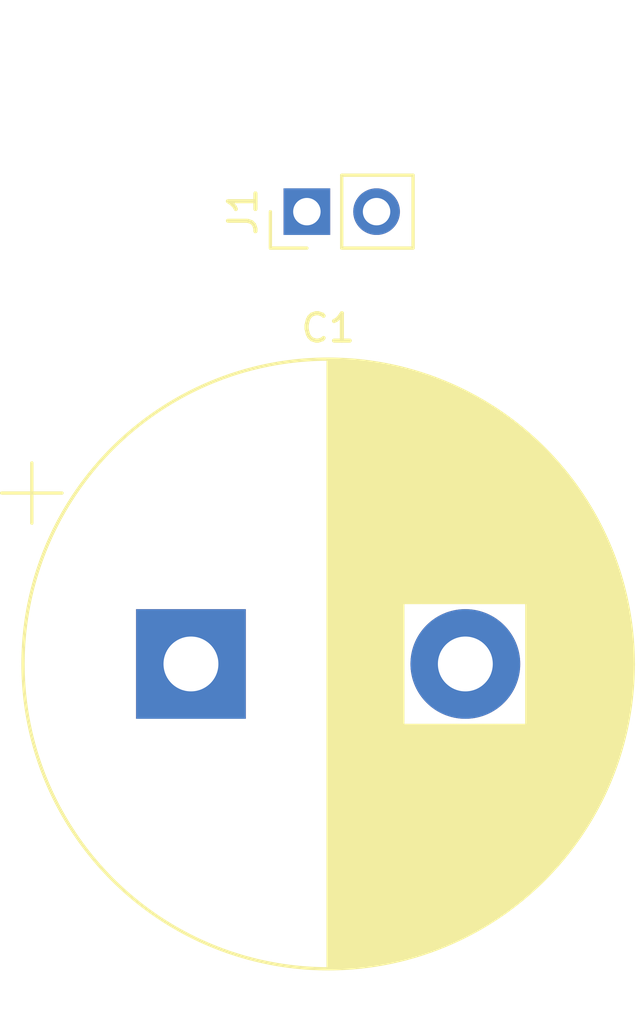
<source format=kicad_pcb>
(kicad_pcb (version 20211014) (generator pcbnew)
  (layers (0 "F.Cu" signal) (31 "B.Cu" signal) (34 "B.Paste" user) (35 "F.Paste" user) (36 "B.SilkS" user "B.Silkscreen") (37 "F.SilkS" user "F.Silkscreen") (38 "B.Mask" user) (39 "F.Mask" user) (44 "Edge.Cuts" user))
  (net 0 "")
  (net 1 "Net-(C1-Pad1)")
  (net 2 "Net-(C1-Pad2)")
  (footprint "Capacitor_THT:CP_Radial_D22.0mm_P10.00mm_SnapIn" (layer "F.Cu") (at 140.5 104.75)
    (fp_text reference "C1" (at 5 -12.25) (layer "F.SilkS"))
    (fp_text value "C")
    (fp_line (start 12.321 -8.331) (end 12.321 8.331) (layer "F.SilkS") (width 0.12))
    (fp_line (start 9.241 -10.24) (end 9.241 -2.24) (layer "F.SilkS") (width 0.12))
    (fp_line (start 8.321 -10.573) (end 8.321 -2.24) (layer "F.SilkS") (width 0.12))
    (fp_line (start 12.001 -8.601) (end 12.001 -2.24) (layer "F.SilkS") (width 0.12))
    (fp_line (start 12.241 -8.401) (end 12.241 8.401) (layer "F.SilkS") (width 0.12))
    (fp_line (start 14.96 -4.905) (end 14.96 4.905) (layer "F.SilkS") (width 0.12))
    (fp_line (start 8.561 2.24) (end 8.561 10.495) (layer "F.SilkS") (width 0.12))
    (fp_line (start 9.041 2.24) (end 9.041 10.321) (layer "F.SilkS") (width 0.12))
    (fp_line (start 9.201 2.24) (end 9.201 10.257) (layer "F.SilkS") (width 0.12))
    (fp_line (start 11.481 -8.997) (end 11.481 -2.24) (layer "F.SilkS") (width 0.12))
    (fp_line (start 10.241 2.24) (end 10.241 9.768) (layer "F.SilkS") (width 0.12))
    (fp_line (start 9.401 2.24) (end 9.401 10.173) (layer "F.SilkS") (width 0.12))
    (fp_line (start 7.441 -10.809) (end 7.441 10.809) (layer "F.SilkS") (width 0.12))
    (fp_line (start 15.04 -4.741) (end 15.04 4.741) (layer "F.SilkS") (width 0.12))
    (fp_line (start 6.801 -10.934) (end 6.801 10.934) (layer "F.SilkS") (width 0.12))
    (fp_line (start 7.761 -10.733) (end 7.761 -2.24) (layer "F.SilkS") (width 0.12))
    (fp_line (start 9.881 -9.952) (end 9.881 -2.24) (layer "F.SilkS") (width 0.12))
    (fp_line (start 9.561 -10.103) (end 9.561 -2.24) (layer "F.SilkS") (width 0.12))
    (fp_line (start 11.921 -8.665) (end 11.921 -2.24) (layer "F.SilkS") (width 0.12))
    (fp_line (start 11.601 -8.91) (end 11.601 -2.24) (layer "F.SilkS") (width 0.12))
    (fp_line (start 14.4 -5.901) (end 14.4 5.901) (layer "F.SilkS") (width 0.12))
    (fp_line (start 15.4 -3.897) (end 15.4 3.897) (layer "F.SilkS") (width 0.12))
    (fp_line (start 11.921 2.24) (end 11.921 8.665) (layer "F.SilkS") (width 0.12))
    (fp_line (start 10.721 -9.497) (end 10.721 -2.24) (layer "F.SilkS") (width 0.12))
    (fp_line (start 12.561 -8.115) (end 12.561 8.115) (layer "F.SilkS") (width 0.12))
    (fp_line (start 5.52 -11.068) (end 5.52 11.068) (layer "F.SilkS") (width 0.12))
    (fp_line (start 8.761 -10.426) (end 8.761 -2.24) (layer "F.SilkS") (width 0.12))
    (fp_line (start 11.561 -8.939) (end 11.561 -2.24) (layer "F.SilkS") (width 0.12))
    (fp_line (start 9.961 2.24) (end 9.961 9.913) (layer "F.SilkS") (width 0.12))
    (fp_line (start 11.001 -9.323) (end 11.001 -2.24) (layer "F.SilkS") (width 0.12))
    (fp_line (start 13.4 -7.247) (end 13.4 7.247) (layer "F.SilkS") (width 0.12))
    (fp_line (start 15.64 -3.192) (end 15.64 3.192) (layer "F.SilkS") (width 0.12))
    (fp_line (start 7.841 -10.712) (end 7.841 -2.24) (layer "F.SilkS") (width 0.12))
    (fp_line (start 8.161 -10.622) (end 8.161 -2.24) (layer "F.SilkS") (width 0.12))
    (fp_line (start 10.481 2.24) (end 10.481 9.636) (layer "F.SilkS") (width 0.12))
    (fp_line (start 10.801 2.24) (end 10.801 9.448) (layer "F.SilkS") (width 0.12))
    (fp_line (start 9.641 -10.066) (end 9.641 -2.24) (layer "F.SilkS") (width 0.12))
    (fp_line (start 8.841 -10.396) (end 8.841 -2.24) (layer "F.SilkS") (width 0.12))
    (fp_line (start 5.48 -11.07) (end 5.48 11.07) (layer "F.SilkS") (width 0.12))
    (fp_line (start 13.92 -6.6) (end 13.92 6.6) (layer "F.SilkS") (width 0.12))
    (fp_line (start 5.761 -11.054) (end 5.761 11.054) (layer "F.SilkS") (width 0.12))
    (fp_line (start 11.801 2.24) (end 11.801 8.759) (layer "F.SilkS") (width 0.12))
    (fp_line (start 13.48 -7.154) (end 13.48 7.154) (layer "F.SilkS") (width 0.12))
    (fp_line (start 11.281 2.24) (end 11.281 9.137) (layer "F.SilkS") (width 0.12))
    (fp_line (start 9.041 -10.321) (end 9.041 -2.24) (layer "F.SilkS") (width 0.12))
    (fp_line (start 6.841 -10.927) (end 6.841 10.927) (layer "F.SilkS") (width 0.12))
    (fp_line (start 12.361 -8.296) (end 12.361 8.296) (layer "F.SilkS") (width 0.12))
    (fp_line (start 7.041 -10.892) (end 7.041 10.892) (layer "F.SilkS") (width 0.12))
    (fp_line (start 6.681 -10.953) (end 6.681 10.953) (layer "F.SilkS") (width 0.12))
    (fp_line (start 5.16 -11.079) (end 5.16 11.079) (layer "F.SilkS") (width 0.12))
    (fp_line (start 11.761 -8.79) (end 11.761 -2.24) (layer "F.SilkS") (width 0.12))
    (fp_line (start 6.121 -11.024) (end 6.121 11.024) (layer "F.SilkS") (width 0.12))
    (fp_line (start 13.28 -7.383) (end 13.28 7.383) (layer "F.SilkS") (width 0.12))
    (fp_line (start 12.041 -8.568) (end 12.041 -2.24) (layer "F.SilkS") (width 0.12))
    (fp_line (start 12.161 2.24) (end 12.161 8.469) (layer "F.SilkS") (width 0.12))
    (fp_line (start 6.761 -10.94) (end 6.761 10.94) (layer "F.SilkS") (width 0.12))
    (fp_line (start 10.961 2.24) (end 10.961 9.348) (layer "F.SilkS") (width 0.12))
    (fp_line (start 15.84 -2.44) (end 15.84 2.44) (layer "F.SilkS") (width 0.12))
    (fp_line (start 9.681 -10.048) (end 9.681 -2.24) (layer "F.SilkS") (width 0.12))
    (fp_line (start 9.281 2.24) (end 9.281 10.224) (layer "F.SilkS") (width 0.12))
    (fp_line (start 9.001 -10.336) (end 9.001 -2.24) (layer "F.SilkS") (width 0.12))
    (fp_line (start 9.521 2.24) (end 9.521 10.12) (layer "F.SilkS") (width 0.12))
    (fp_line (start 14.24 -6.147) (end 14.24 6.147) (layer "F.SilkS") (width 0.12))
    (fp_line (start 8.121 -10.634) (end 8.121 -2.24) (layer "F.SilkS") (width 0.12))
    (fp_line (start 14.36 -5.964) (end 14.36 5.964) (layer "F.SilkS") (width 0.12))
    (fp_line (start 9.601 2.24) (end 9.601 10.084) (layer "F.SilkS") (width 0.12))
    (fp_line (start 15.28 -4.2) (end 15.28 4.2) (layer "F.SilkS") (width 0.12))
    (fp_line (start 14.16 -6.265) (end 14.16 6.265) (layer "F.SilkS") (width 0.12))
    (fp_line (start 10.521 -9.614) (end 10.521 -2.24) (layer "F.SilkS") (width 0.12))
    (fp_line (start 10.881 2.24) (end 10.881 9.399) (layer "F.SilkS") (width 0.12))
    (fp_line (start 8.721 -10.44) (end 8.721 -2.24) (layer "F.SilkS") (width 0.12))
    (fp_line (start 11.041 2.24) (end 11.041 9.297) (layer "F.SilkS") (width 0.12))
    (fp_line (start 10.761 2.24) (end 10.761 9.472) (layer "F.SilkS") (width 0.12))
    (fp_line (start 11.481 2.24) (end 11.481 8.997) (layer "F.SilkS") (width 0.12))
    (fp_line (start 6.081 -11.028) (end 6.081 11.028) (layer "F.SilkS") (width 0.12))
    (fp_line (start 8.801 -10.411) (end 8.801 -2.24) (layer "F.SilkS") (width 0.12))
    (fp_line (start 9.201 -10.257) (end 9.201 -2.24) (layer "F.SilkS") (width 0.12))
    (fp_line (start 13.041 -7.642) (end 13.041 7.642) (layer "F.SilkS") (width 0.12))
    (fp_line (start 12.521 -8.152) (end 12.521 8.152) (layer "F.SilkS") (width 0.12))
    (fp_line (start 9.081 2.24) (end 9.081 10.305) (layer "F.SilkS") (width 0.12))
    (fp_line (start 10.361 2.24) (end 10.361 9.703) (layer "F.SilkS") (width 0.12))
    (fp_line (start 8.921 -10.367) (end 8.921 -2.24) (layer "F.SilkS") (width 0.12))
    (fp_line (start 11.001 2.24) (end 11.001 9.323) (layer "F.SilkS") (width 0.12))
    (fp_line (start 9.001 2.24) (end 9.001 10.336) (layer "F.SilkS") (width 0.12))
    (fp_line (start 14.68 -5.433) (end 14.68 5.433) (layer "F.SilkS") (width 0.12))
    (fp_line (start 8.401 -10.548) (end 8.401 -2.24) (layer "F.SilkS") (width 0.12))
    (fp_line (start 14.84 -5.14) (end 14.84 5.14) (layer "F.SilkS") (width 0.12))
    (fp_line (start 7.561 -10.782) (end 7.561 10.782) (layer "F.SilkS") (width 0.12))
    (fp_line (start 12.121 -8.502) (end 12.121 -2.24) (layer "F.SilkS") (width 0.12))
    (fp_line (start 6.281 -11.007) (end 6.281 11.007) (layer "F.SilkS") (width 0.12))
    (fp_line (start 10.321 -9.725) (end 10.321 -2.24) (layer "F.SilkS") (width 0.12))
    (fp_line (start 7.401 -10.818) (end 7.401 10.818) (layer "F.SilkS") (width 0.12))
    (fp_line (start 8.681 -10.454) (end 8.681 -2.24) (layer "F.SilkS") (width 0.12))
    (fp_line (start 7.001 -10.899) (end 7.001 10.899) (layer "F.SilkS") (width 0.12))
    (fp_line (start 11.161 2.24) (end 11.161 9.218) (layer "F.SilkS") (width 0.12))
    (fp_line (start 11.241 -9.165) (end 11.241 -2.24) (layer "F.SilkS") (width 0.12))
    (fp_line (start 8.761 2.24) (end 8.761 10.426) (layer "F.SilkS") (width 0.12))
    (fp_line (start 15.8 -2.609) (end 15.8 2.609) (layer "F.SilkS") (width 0.12))
    (fp_line (start 15.32 -4.102) (end 15.32 4.102) (layer "F.SilkS") (width 0.12))
    (fp_line (start 6.321 -11.002) (end 6.321 11.002) (layer "F.SilkS") (width 0.12))
    (fp_line (start 6.961 -10.906) (end 6.961 10.906) (layer "F.SilkS") (width 0.12))
    (fp_line (start 9.121 2.24) (end 9.121 10.289) (layer "F.SilkS") (width 0.12))
    (fp_line (start 7.241 -10.853) (end 7.241 10.853) (layer "F.SilkS") (width 0.12))
    (fp_line (start 12.201 -8.435) (end 12.201 -2.24) (layer "F.SilkS") (width 0.12))
    (fp_line (start 13.76 -6.81) (end 13.76 6.81) (layer "F.SilkS") (width 0.12))
    (fp_line (start 14.28 -6.087) (end 14.28 6.087) (layer "F.SilkS") (width 0.12))
    (fp_line (start 12.081 2.24) (end 12.081 8.535) (layer "F.SilkS") (width 0.12))
    (fp_line (start 11.841 2.24) (end 11.841 8.728) (layer "F.SilkS") (width 0.12))
    (fp_line (start 5.32 -11.076) (end 5.32 11.076) (layer "F.SilkS") (width 0.12))
    (fp_line (start 10.241 -9.768) (end 10.241 -2.24) (layer "F.SilkS") (width 0.12))
    (fp_line (start 13.52 -7.106) (end 13.52 7.106) (layer "F.SilkS") (width 0.12))
    (fp_line (start 6.481 -10.982) (end 6.481 10.982) (layer "F.SilkS") (width 0.12))
    (fp_line (start 10.121 -9.832) (end 10.121 -2.24) (layer "F.SilkS") (width 0.12))
    (fp_line (start 9.481 -10.138) (end 9.481 -2.24) (layer "F.SilkS") (width 0.12))
    (fp_line (start 8.601 -10.482) (end 8.601 -2.24) (layer "F.SilkS") (width 0.12))
    (fp_line (start 15.2 -4.389) (end 15.2 4.389) (layer "F.SilkS") (width 0.12))
    (fp_line (start 11.321 -9.11) (end 11.321 -2.24) (layer "F.SilkS") (width 0.12))
    (fp_line (start 9.801 2.24) (end 9.801 9.991) (layer "F.SilkS") (width 0.12))
    (fp_line (start 8.361 -10.561) (end 8.361 -2.24) (layer "F.SilkS") (width 0.12))
    (fp_line (start 7.281 -10.844) (end 7.281 10.844) (layer "F.SilkS") (width 0.12))
    (fp_line (start 5.721 -11.057) (end 5.721 11.057) (layer "F.SilkS") (width 0.12))
    (fp_line (start 10.921 2.24) (end 10.921 9.374) (layer "F.SilkS") (width 0.12))
    (fp_line (start 10.041 2.24) (end 10.041 9.873) (layer "F.SilkS") (width 0.12))
    (fp_line (start 5.24 -11.078) (end 5.24 11.078) (layer "F.SilkS") (width 0.12))
    (fp_line (start 8.161 2.24) (end 8.161 10.622) (layer "F.SilkS") (width 0.12))
    (fp_line (start 16 -1.59) (end 16 1.59) (layer "F.SilkS") (width 0.12))
    (fp_line (start 13.161 -7.515) (end 13.161 7.515) (layer "F.SilkS") (width 0.12))
    (fp_line (start 9.521 -10.12) (end 9.521 -2.24) (layer "F.SilkS") (width 0.12))
    (fp_line (start 8.081 2.24) (end 8.081 10.645) (layer "F.SilkS") (width 0.12))
    (fp_line (start 6.921 -10.913) (end 6.921 10.913) (layer "F.SilkS") (width 0.12))
    (fp_line (start 9.441 -10.156) (end 9.441 -2.24) (layer "F.SilkS") (width 0.12))
    (fp_line (start 8.201 2.24) (end 8.201 10.61) (layer "F.SilkS") (width 0.12))
    (fp_line (start 5.08 -11.08) (end 5.08 11.08) (layer "F.SilkS") (width 0.12))
    (fp_line (start 8.521 2.24) (end 8.521 10.509) (layer "F.SilkS") (width 0.12))
    (fp_line (start 5.44 -11.072) (end 5.44 11.072) (layer "F.SilkS") (width 0.12))
    (fp_line (start 14.04 -6.436) (end 14.04 6.436) (layer "F.SilkS") (width 0.12))
    (fp_line (start 10.401 2.24) (end 10.401 9.681) (layer "F.SilkS") (width 0.12))
    (fp_line (start 9.921 2.24) (end 9.921 9.933) (layer "F.SilkS") (width 0.12))
    (fp_line (start 14.8 -5.215) (end 14.8 5.215) (layer "F.SilkS") (width 0.12))
    (fp_line (start 10.601 -9.567) (end 10.601 -2.24) (layer "F.SilkS") (width 0.12))
    (fp_line (start 10.161 2.24) (end 10.161 9.811) (layer "F.SilkS") (width 0.12))
    (fp_line (start 15.76 -2.767) (end 15.76 2.767) (layer "F.SilkS") (width 0.12))
    (fp_line (start 8.641 -10.468) (end 8.641 -2.24) (layer "F.SilkS") (width 0.12))
    (fp_line (start 9.761 2.24) (end 9.761 10.01) (layer "F.SilkS") (width 0.12))
    (fp_line (start 5.841 -11.049) (end 5.841 11.049) (layer "F.SilkS") (width 0.12))
    (fp_line (start 15.12 -4.569) (end 15.12 4.569) (layer "F.SilkS") (width 0.12))
    (fp_line (start 7.321 -10.836) (end 7.321 10.836) (layer "F.SilkS") (width 0.12))
    (fp_line (start 8.121 2.24) (end 8.121 10.634) (layer "F.SilkS") (width 0.12))
    (fp_line (start 15.52 -3.564) (end 15.52 3.564) (layer "F.SilkS") (width 0.12))
    (fp_line (start 15.6 -3.321) (end 15.6 3.321) (layer "F.SilkS") (width 0.12))
    (fp_line (start 5.68 -11.06) (end 5.68 11.06) (layer "F.SilkS") (width 0.12))
    (fp_line (start 10.401 -9.681) (end 10.401 -2.24) (layer "F.SilkS") (width 0.12))
    (fp_line (start 16.12 -0.04) (end 16.12 0.04) (layer "F.SilkS") (width 0.12))
    (fp_line (start 14.92 -4.985) (end 14.92 4.985) (layer "F.SilkS") (width 0.12))
    (fp_line (start 10.681 2.24) (end 10.681 9.52) (layer "F.SilkS") (width 0.12))
    (fp_line (start 10.081 2.24) (end 10.081 9.852) (layer "F.SilkS") (width 0.12))
    (fp_line (start 11.641 -8.88) (end 11.641 -2.24) (layer "F.SilkS") (width 0.12))
    (fp_line (start 11.081 -9.271) (end 11.081 -2.24) (layer "F.SilkS") (width 0.12))
    (fp_line (start -6.899337 -6.235) (end -4.699337 -6.235) (layer "F.SilkS") (width 0.12))
    (fp_line (start 11.201 2.24) (end 11.201 9.192) (layer "F.SilkS") (width 0.12))
    (fp_line (start 15.24 -4.296) (end 15.24 4.296) (layer "F.SilkS") (width 0.12))
    (fp_line (start 12.121 2.24) (end 12.121 8.502) (layer "F.SilkS") (width 0.12))
    (fp_line (start 8.241 2.24) (end 8.241 10.598) (layer "F.SilkS") (width 0.12))
    (fp_line (start 13.44 -7.201) (end 13.44 7.201) (layer "F.SilkS") (width 0.12))
    (fp_line (start 14.76 -5.289) (end 14.76 5.289) (layer "F.SilkS") (width 0.12))
    (fp_line (start 6.521 -10.976) (end 6.521 10.976) (layer "F.SilkS") (width 0.12))
    (fp_line (start 10.201 2.24) (end 10.201 9.79) (layer "F.SilkS") (width 0.12))
    (fp_line (start 9.721 -10.029) (end 9.721 -2.24) (layer "F.SilkS") (width 0.12))
    (fp_line (start 9.161 -10.273) (end 9.161 -2.24) (layer "F.SilkS") (width 0.12))
    (fp_line (start 13.36 -7.293) (end 13.36 7.293) (layer "F.SilkS") (width 0.12))
    (fp_line (start 8.201 -10.61) (end 8.201 -2.24) (layer "F.SilkS") (width 0.12))
    (fp_line (start 6.241 -11.011) (end 6.241 11.011) (layer "F.SilkS") (width 0.12))
    (fp_line (start 15.96 -1.84) (end 15.96 1.84) (layer "F.SilkS") (width 0.12))
    (fp_line (start 6.001 -11.035) (end 6.001 11.035) (layer "F.SilkS") (width 0.12))
    (fp_line (start 10.281 -9.747) (end 10.281 -2.24) (layer "F.SilkS") (width 0.12))
    (fp_line (start 11.041 -9.297) (end 11.041 -2.24) (layer "F.SilkS") (width 0.12))
    (fp_line (start 10.881 -9.399) (end 10.881 -2.24) (layer "F.SilkS") (width 0.12))
    (fp_line (start 11.161 -9.218) (end 11.161 -2.24) (layer "F.SilkS") (width 0.12))
    (fp_line (start 8.441 -10.535) (end 8.441 -2.24) (layer "F.SilkS") (width 0.12))
    (fp_line (start 11.441 -9.026) (end 11.441 -2.24) (layer "F.SilkS") (width 0.12))
    (fp_line (start 13.96 -6.546) (end 13.96 6.546) (layer "F.SilkS") (width 0.12))
    (fp_line (start 6.041 -11.032) (end 6.041 11.032) (layer "F.SilkS") (width 0.12))
    (fp_line (start 14.88 -5.063) (end 14.88 5.063) (layer "F.SilkS") (width 0.12))
    (fp_line (start 12.841 -7.846) (end 12.841 7.846) (layer "F.SilkS") (width 0.12))
    (fp_line (start 9.601 -10.084) (end 9.601 -2.24) (layer "F.SilkS") (width 0.12))
    (fp_line (start 10.001 -9.893) (end 10.001 -2.24) (layer "F.SilkS") (width 0.12))
    (fp_line (start 8.881 2.24) (end 8.881 10.382) (layer "F.SilkS") (width 0.12))
    (fp_line (start 8.921 2.24) (end 8.921 10.367) (layer "F.SilkS") (width 0.12))
    (fp_line (start 9.321 2.24) (end 9.321 10.207) (layer "F.SilkS") (width 0.12))
    (fp_line (start 9.121 -10.289) (end 9.121 -2.24) (layer "F.SilkS") (width 0.12))
    (fp_line (start 8.481 2.24) (end 8.481 10.522) (layer "F.SilkS") (width 0.12))
    (fp_line (start 10.761 -9.472) (end 10.761 -2.24) (layer "F.SilkS") (width 0.12))
    (fp_line (start 11.641 2.24) (end 11.641 8.88) (layer "F.SilkS") (width 0.12))
    (fp_line (start 11.761 2.24) (end 11.761 8.79) (layer "F.SilkS") (width 0.12))
    (fp_line (start 8.481 -10.522) (end 8.481 -2.24) (layer "F.SilkS") (width 0.12))
    (fp_line (start 15.44 -3.789) (end 15.44 3.789) (layer "F.SilkS") (width 0.12))
    (fp_line (start 7.921 2.24) (end 7.921 10.69) (layer "F.SilkS") (width 0.12))
    (fp_line (start 11.881 -8.697) (end 11.881 -2.24) (layer "F.SilkS") (width 0.12))
    (fp_line (start 14.12 -6.323) (end 14.12 6.323) (layer "F.SilkS") (width 0.12))
    (fp_line (start 12.881 -7.807) (end 12.881 7.807) (layer "F.SilkS") (width 0.12))
    (fp_line (start 13.2 -7.471) (end 13.2 7.471) (layer "F.SilkS") (width 0.12))
    (fp_line (start 10.601 2.24) (end 10.601 9.567) (layer "F.SilkS") (width 0.12))
    (fp_line (start 6.881 -10.92) (end 6.881 10.92) (layer "F.SilkS") (width 0.12))
    (fp_line (start 15.56 -3.445) (end 15.56 3.445) (layer "F.SilkS") (width 0.12))
    (fp_line (start 10.321 2.24) (end 10.321 9.725) (layer "F.SilkS") (width 0.12))
    (fp_line (start 10.121 2.24) (end 10.121 9.832) (layer "F.SilkS") (width 0.12))
    (fp_line (start 6.641 -10.959) (end 6.641 10.959) (layer "F.SilkS") (width 0.12))
    (fp_line (start 9.401 -10.173) (end 9.401 -2.24) (layer "F.SilkS") (width 0.12))
    (fp_line (start 10.281 2.24) (end 10.281 9.747) (layer "F.SilkS") (width 0.12))
    (fp_line (start 9.721 2.24) (end 9.721 10.029) (layer "F.SilkS") (width 0.12))
    (fp_line (start 10.841 -9.424) (end 10.841 -2.24) (layer "F.SilkS") (width 0.12))
    (fp_line (start 12.041 2.24) (end 12.041 8.568) (layer "F.SilkS") (width 0.12))
    (fp_line (start 8.041 2.24) (end 8.041 10.657) (layer "F.SilkS") (width 0.12))
    (fp_line (start 12.161 -8.469) (end 12.161 -2.24) (layer "F.SilkS") (width 0.12))
    (fp_line (start 7.681 -10.753) (end 7.681 10.753) (layer "F.SilkS") (width 0.12))
    (fp_line (start 8.281 -10.586) (end 8.281 -2.24) (layer "F.SilkS") (width 0.12))
    (fp_line (start 10.681 -9.52) (end 10.681 -2.24) (layer "F.SilkS") (width 0.12))
    (fp_line (start 9.881 2.24) (end 9.881 9.952) (layer "F.SilkS") (width 0.12))
    (fp_line (start 5.12 -11.08) (end 5.12 11.08) (layer "F.SilkS") (width 0.12))
    (fp_line (start 15.48 -3.679) (end 15.48 3.679) (layer "F.SilkS") (width 0.12))
    (fp_line (start -5.799337 -7.335) (end -5.799337 -5.135) (layer "F.SilkS") (width 0.12))
    (fp_line (start 11.721 2.24) (end 11.721 8.82) (layer "F.SilkS") (width 0.12))
    (fp_line (start 8.081 -10.645) (end 8.081 -2.24) (layer "F.SilkS") (width 0.12))
    (fp_line (start 11.801 -8.759) (end 11.801 -2.24) (layer "F.SilkS") (width 0.12))
    (fp_line (start 10.001 2.24) (end 10.001 9.893) (layer "F.SilkS") (width 0.12))
    (fp_line (start 9.641 2.24) (end 9.641 10.066) (layer "F.SilkS") (width 0.12))
    (fp_line (start 7.961 2.24) (end 7.961 10.679) (layer "F.SilkS") (width 0.12))
    (fp_line (start 8.441 2.24) (end 8.441 10.535) (layer "F.SilkS") (width 0.12))
    (fp_line (start 11.961 2.24) (end 11.961 8.633) (layer "F.SilkS") (width 0.12))
    (fp_line (start 5.961 -11.039) (end 5.961 11.039) (layer "F.SilkS") (width 0.12))
    (fp_line (start 12.641 -8.04) (end 12.641 8.04) (layer "F.SilkS") (width 0.12))
    (fp_line (start 5.4 -11.073) (end 5.4 11.073) (layer "F.SilkS") (width 0.12))
    (fp_line (start 11.121 -9.245) (end 11.121 -2.24) (layer "F.SilkS") (width 0.12))
    (fp_line (start 5.801 -11.052) (end 5.801 11.052) (layer "F.SilkS") (width 0.12))
    (fp_line (start 10.201 -9.79) (end 10.201 -2.24) (layer "F.SilkS") (width 0.12))
    (fp_line (start 8.721 2.24) (end 8.721 10.44) (layer "F.SilkS") (width 0.12))
    (fp_line (start 15.68 -3.058) (end 15.68 3.058) (layer "F.SilkS") (width 0.12))
    (fp_line (start 13.001 -7.684) (end 13.001 7.684) (layer "F.SilkS") (width 0.12))
    (fp_line (start 11.401 -9.054) (end 11.401 -2.24) (layer "F.SilkS") (width 0.12))
    (fp_line (start 11.681 2.24) (end 11.681 8.85) (layer "F.SilkS") (width 0.12))
    (fp_line (start 14.72 -5.362) (end 14.72 5.362) (layer "F.SilkS") (width 0.12))
    (fp_line (start 7.081 -10.884) (end 7.081 10.884) (layer "F.SilkS") (width 0.12))
    (fp_line (start 7.761 2.24) (end 7.761 10.733) (layer "F.SilkS") (width 0.12))
    (fp_line (start 7.881 -10.701) (end 7.881 -2.24) (layer "F.SilkS") (width 0.12))
    (fp_line (start 7.921 -10.69) (end 7.921 -2.24) (layer "F.SilkS") (width 0.12))
    (fp_line (start 14.6 -5.572) (end 14.6 5.572) (layer "F.SilkS") (width 0.12))
    (fp_line (start 7.521 -10.791) (end 7.521 10.791) (layer "F.SilkS") (width 0.12))
    (fp_line (start 5.36 -11.075) (end 5.36 11.075) (layer "F.SilkS") (width 0.12))
    (fp_line (start 11.081 2.24) (end 11.081 9.271) (layer "F.SilkS") (width 0.12))
    (fp_line (start 6.561 -10.971) (end 6.561 10.971) (layer "F.SilkS") (width 0.12))
    (fp_line (start 10.561 2.24) (end 10.561 9.591) (layer "F.SilkS") (width 0.12))
    (fp_line (start 8.521 -10.509) (end 8.521 -2.24) (layer "F.SilkS") (width 0.12))
    (fp_line (start 10.641 2.24) (end 10.641 9.544) (layer "F.SilkS") (width 0.12))
    (fp_line (start 15.92 -2.06) (end 15.92 2.06) (layer "F.SilkS") (width 0.12))
    (fp_line (start 7.961 -10.679) (end 7.961 -2.24) (layer "F.SilkS") (width 0.12))
    (fp_line (start 10.841 2.24) (end 10.841 9.424) (layer "F.SilkS") (width 0.12))
    (fp_line (start 6.361 -10.997) (end 6.361 10.997) (layer "F.SilkS") (width 0.12))
    (fp_line (start 11.961 -8.633) (end 11.961 -2.24) (layer "F.SilkS") (width 0.12))
    (fp_line (start 10.481 -9.636) (end 10.481 -2.24) (layer "F.SilkS") (width 0.12))
    (fp_line (start 7.361 -10.827) (end 7.361 10.827) (layer "F.SilkS") (width 0.12))
    (fp_line (start 15.88 -2.258) (end 15.88 2.258) (layer "F.SilkS") (width 0.12))
    (fp_line (start 9.241 2.24) (end 9.241 10.24) (layer "F.SilkS") (width 0.12))
    (fp_line (start 10.561 -9.591) (end 10.561 -2.24) (layer "F.SilkS") (width 0.12))
    (fp_line (start 5 -11.081) (end 5 11.081) (layer "F.SilkS") (width 0.12))
    (fp_line (start 9.561 2.24) (end 9.561 10.103) (layer "F.SilkS") (width 0.12))
    (fp_line (start 6.201 -11.016) (end 6.201 11.016) (layer "F.SilkS") (width 0.12))
    (fp_line (start 9.801 -9.991) (end 9.801 -2.24) (layer "F.SilkS") (width 0.12))
    (fp_line (start 10.961 -9.348) (end 10.961 -2.24) (layer "F.SilkS") (width 0.12))
    (fp_line (start 5.04 -11.08) (end 5.04 11.08) (layer "F.SilkS") (width 0.12))
    (fp_line (start 10.441 2.24) (end 10.441 9.659) (layer "F.SilkS") (width 0.12))
    (fp_line (start 13.32 -7.338) (end 13.32 7.338) (layer "F.SilkS") (width 0.12))
    (fp_line (start 8.881 -10.382) (end 8.881 -2.24) (layer "F.SilkS") (width 0.12))
    (fp_line (start 8.001 2.24) (end 8.001 10.668) (layer "F.SilkS") (width 0.12))
    (fp_line (start 14.56 -5.64) (end 14.56 5.64) (layer "F.SilkS") (width 0.12))
    (fp_line (start 8.841 2.24) (end 8.841 10.396) (layer "F.SilkS") (width 0.12))
    (fp_line (start 12.681 -8.002) (end 12.681 8.002) (layer "F.SilkS") (width 0.12))
    (fp_line (start 14.48 -5.773) (end 14.48 5.773) (layer "F.SilkS") (width 0.12))
    (fp_line (start 7.481 -10.8) (end 7.481 10.8) (layer "F.SilkS") (width 0.12))
    (fp_line (start 14 -6.492) (end 14 6.492) (layer "F.SilkS") (width 0.12))
    (fp_line (start 9.681 2.24) (end 9.681 10.048) (layer "F.SilkS") (width 0.12))
    (fp_line (start 9.841 -9.972) (end 9.841 -2.24) (layer "F.SilkS") (width 0.12))
    (fp_line (start 12.481 -8.189) (end 12.481 8.189) (layer "F.SilkS") (width 0.12))
    (fp_line (start 14.52 -5.707) (end 14.52 5.707) (layer "F.SilkS") (width 0.12))
    (fp_line (start 11.121 2.24) (end 11.121 9.245) (layer "F.SilkS") (width 0.12))
    (fp_line (start 9.281 -10.224) (end 9.281 -2.24) (layer "F.SilkS") (width 0.12))
    (fp_line (start 10.721 2.24) (end 10.721 9.497) (layer "F.SilkS") (width 0.12))
    (fp_line (start 8.041 -10.657) (end 8.041 -2.24) (layer "F.SilkS") (width 0.12))
    (fp_line (start 8.801 2.24) (end 8.801 10.411) (layer "F.SilkS") (width 0.12))
    (fp_line (start 7.161 -10.869) (end 7.161 10.869) (layer "F.SilkS") (width 0.12))
    (fp_line (start 13.64 -6.961) (end 13.64 6.961) (layer "F.SilkS") (width 0.12))
    (fp_line (start 9.481 2.24) (end 9.481 10.138) (layer "F.SilkS") (width 0.12))
    (fp_line (start 8.401 2.24) (end 8.401 10.548) (layer "F.SilkS") (width 0.12))
    (fp_line (start 8.961 -10.351) (end 8.961 -2.24) (layer "F.SilkS") (width 0.12))
    (fp_line (start 10.921 -9.374) (end 10.921 -2.24) (layer "F.SilkS") (width 0.12))
    (fp_line (start 12.921 -7.766) (end 12.921 7.766) (layer "F.SilkS") (width 0.12))
    (fp_line (start 11.721 -8.82) (end 11.721 -2.24) (layer "F.SilkS") (width 0.12))
    (fp_line (start 14.64 -5.503) (end 14.64 5.503) (layer "F.SilkS") (width 0.12))
    (fp_line (start 11.681 -8.85) (end 11.681 -2.24) (layer "F.SilkS") (width 0.12))
    (fp_line (start 12.281 -8.366) (end 12.281 8.366) (layer "F.SilkS") (width 0.12))
    (fp_line (start 5.6 -11.064) (end 5.6 11.064) (layer "F.SilkS") (width 0.12))
    (fp_line (start 9.921 -9.933) (end 9.921 -2.24) (layer "F.SilkS") (width 0.12))
    (fp_line (start 5.64 -11.062) (end 5.64 11.062) (layer "F.SilkS") (width 0.12))
    (fp_line (start 15.16 -4.48) (end 15.16 4.48) (layer "F.SilkS") (width 0.12))
    (fp_line (start 11.361 2.24) (end 11.361 9.082) (layer "F.SilkS") (width 0.12))
    (fp_line (start 9.761 -10.01) (end 9.761 -2.24) (layer "F.SilkS") (width 0.12))
    (fp_line (start 12.401 -8.261) (end 12.401 8.261) (layer "F.SilkS") (width 0.12))
    (fp_line (start 5.28 -11.077) (end 5.28 11.077) (layer "F.SilkS") (width 0.12))
    (fp_line (start 15 -4.824) (end 15 4.824) (layer "F.SilkS") (width 0.12))
    (fp_line (start 13.8 -6.759) (end 13.8 6.759) (layer "F.SilkS") (width 0.12))
    (fp_line (start 11.201 -9.192) (end 11.201 -2.24) (layer "F.SilkS") (width 0.12))
    (fp_line (start 14.44 -5.838) (end 14.44 5.838) (layer "F.SilkS") (width 0.12))
    (fp_line (start 10.081 -9.852) (end 10.081 -2.24) (layer "F.SilkS") (width 0.12))
    (fp_line (start 10.041 -9.873) (end 10.041 -2.24) (layer "F.SilkS") (width 0.12))
    (fp_line (start 7.121 -10.877) (end 7.121 10.877) (layer "F.SilkS") (width 0.12))
    (fp_line (start 11.521 -8.968) (end 11.521 -2.24) (layer "F.SilkS") (width 0.12))
    (fp_line (start 14.2 -6.207) (end 14.2 6.207) (layer "F.SilkS") (width 0.12))
    (fp_line (start 11.841 -8.728) (end 11.841 -2.24) (layer "F.SilkS") (width 0.12))
    (fp_line (start 12.961 -7.725) (end 12.961 7.725) (layer "F.SilkS") (width 0.12))
    (fp_line (start 12.001 2.24) (end 12.001 8.601) (layer "F.SilkS") (width 0.12))
    (fp_line (start 8.241 -10.598) (end 8.241 -2.24) (layer "F.SilkS") (width 0.12))
    (fp_line (start 10.441 -9.659) (end 10.441 -2.24) (layer "F.SilkS") (width 0.12))
    (fp_line (start 15.08 -4.656) (end 15.08 4.656) (layer "F.SilkS") (width 0.12))
    (fp_line (start 7.801 -10.722) (end 7.801 -2.24) (layer "F.SilkS") (width 0.12))
    (fp_line (start 9.441 2.24) (end 9.441 10.156) (layer "F.SilkS") (width 0.12))
    (fp_line (start 10.161 -9.811) (end 10.161 -2.24) (layer "F.SilkS") (width 0.12))
    (fp_line (start 9.961 -9.913) (end 9.961 -2.24) (layer "F.SilkS") (width 0.12))
    (fp_line (start 5.56 -11.066) (end 5.56 11.066) (layer "F.SilkS") (width 0.12))
    (fp_line (start 8.001 -10.668) (end 8.001 -2.24) (layer "F.SilkS") (width 0.12))
    (fp_line (start 8.601 2.24) (end 8.601 10.482) (layer "F.SilkS") (width 0.12))
    (fp_line (start 10.521 2.24) (end 10.521 9.614) (layer "F.SilkS") (width 0.12))
    (fp_line (start 12.761 -7.925) (end 12.761 7.925) (layer "F.SilkS") (width 0.12))
    (fp_line (start 13.081 -7.6) (end 13.081 7.6) (layer "F.SilkS") (width 0.12))
    (fp_line (start 7.881 2.24) (end 7.881 10.701) (layer "F.SilkS") (width 0.12))
    (fp_line (start 11.441 2.24) (end 11.441 9.026) (layer "F.SilkS") (width 0.12))
    (fp_line (start 13.24 -7.428) (end 13.24 7.428) (layer "F.SilkS") (width 0.12))
    (fp_line (start 10.641 -9.544) (end 10.641 -2.24) (layer "F.SilkS") (width 0.12))
    (fp_line (start 5.921 -11.042) (end 5.921 11.042) (layer "F.SilkS") (width 0.12))
    (fp_line (start 12.201 2.24) (end 12.201 8.435) (layer "F.SilkS") (width 0.12))
    (fp_line (start 11.561 2.24) (end 11.561 8.939) (layer "F.SilkS") (width 0.12))
    (fp_line (start 9.361 -10.19) (end 9.361 -2.24) (layer "F.SilkS") (width 0.12))
    (fp_line (start 9.161 2.24) (end 9.161 10.273) (layer "F.SilkS") (width 0.12))
    (fp_line (start 9.361 2.24) (end 9.361 10.19) (layer "F.SilkS") (width 0.12))
    (fp_line (start 16.08 -0.903) (end 16.08 0.903) (layer "F.SilkS") (width 0.12))
    (fp_line (start 16.04 -1.292) (end 16.04 1.292) (layer "F.SilkS") (width 0.12))
    (fp_line (start 7.721 -10.743) (end 7.721 10.743) (layer "F.SilkS") (width 0.12))
    (fp_line (start 7.601 -10.772) (end 7.601 10.772) (layer "F.SilkS") (width 0.12))
    (fp_line (start 11.281 -9.137) (end 11.281 -2.24) (layer "F.SilkS") (width 0.12))
    (fp_line (start 13.84 -6.707) (end 13.84 6.707) (layer "F.SilkS") (width 0.12))
    (fp_line (start 8.321 2.24) (end 8.321 10.573) (layer "F.SilkS") (width 0.12))
    (fp_line (start 12.801 -7.886) (end 12.801 7.886) (layer "F.SilkS") (width 0.12))
    (fp_line (start 11.241 2.24) (end 11.241 9.165) (layer "F.SilkS") (width 0.12))
    (fp_line (start 13.68 -6.911) (end 13.68 6.911) (layer "F.SilkS") (width 0.12))
    (fp_line (start 14.08 -6.38) (end 14.08 6.38) (layer "F.SilkS") (width 0.12))
    (fp_line (start 7.841 2.24) (end 7.841 10.712) (layer "F.SilkS") (width 0.12))
    (fp_line (start 7.641 -10.763) (end 7.641 10.763) (layer "F.SilkS") (width 0.12))
    (fp_line (start 7.201 -10.861) (end 7.201 10.861) (layer "F.SilkS") (width 0.12))
    (fp_line (start 12.081 -8.535) (end 12.081 -2.24) (layer "F.SilkS") (width 0.12))
    (fp_line (start 9.841 2.24) (end 9.841 9.972) (layer "F.SilkS") (width 0.12))
    (fp_line (start 13.6 -7.01) (end 13.6 7.01) (layer "F.SilkS") (width 0.12))
    (fp_line (start 8.361 2.24) (end 8.361 10.561) (layer "F.SilkS") (width 0.12))
    (fp_line (start 5.2 -11.079) (end 5.2 11.079) (layer "F.SilkS") (width 0.12))
    (fp_line (start 11.321 2.24) (end 11.321 9.11) (layer "F.SilkS") (width 0.12))
    (fp_line (start 11.881 2.24) (end 11.881 8.697) (layer "F.SilkS") (width 0.12))
    (fp_line (start 12.441 -8.225) (end 12.441 8.225) (layer "F.SilkS") (width 0.12))
    (fp_line (start 6.601 -10.965) (end 6.601 10.965) (layer "F.SilkS") (width 0.12))
    (fp_line (start 11.361 -9.082) (end 11.361 -2.24) (layer "F.SilkS") (width 0.12))
    (fp_line (start 14.32 -6.026) (end 14.32 6.026) (layer "F.SilkS") (width 0.12))
    (fp_line (start 13.88 -6.654) (end 13.88 6.654) (layer "F.SilkS") (width 0.12))
    (fp_line (start 5.881 -11.046) (end 5.881 11.046) (layer "F.SilkS") (width 0.12))
    (fp_line (start 8.561 -10.495) (end 8.561 -2.24) (layer "F.SilkS") (width 0.12))
    (fp_line (start 6.441 -10.987) (end 6.441 10.987) (layer "F.SilkS") (width 0.12))
    (fp_line (start 10.801 -9.448) (end 10.801 -2.24) (layer "F.SilkS") (width 0.12))
    (fp_line (start 6.721 -10.947) (end 6.721 10.947) (layer "F.SilkS") (width 0.12))
    (fp_line (start 6.401 -10.992) (end 6.401 10.992) (layer "F.SilkS") (width 0.12))
    (fp_line (start 11.521 2.24) (end 11.521 8.968) (layer "F.SilkS") (width 0.12))
    (fp_line (start 12.721 -7.964) (end 12.721 7.964) (layer "F.SilkS") (width 0.12))
    (fp_line (start 13.121 -7.558) (end 13.121 7.558) (layer "F.SilkS") (width 0.12))
    (fp_line (start 11.401 2.24) (end 11.401 9.054) (layer "F.SilkS") (width 0.12))
    (fp_line (start 6.161 -11.02) (end 6.161 11.02) (layer "F.SilkS") (width 0.12))
    (fp_line (start 9.081 -10.305) (end 9.081 -2.24) (layer "F.SilkS") (width 0.12))
    (fp_line (start 15.72 -2.916) (end 15.72 2.916) (layer "F.SilkS") (width 0.12))
    (fp_line (start 13.56 -7.058) (end 13.56 7.058) (layer "F.SilkS") (width 0.12))
    (fp_line (start 15.36 -4.001) (end 15.36 4.001) (layer "F.SilkS") (width 0.12))
    (fp_line (start 8.961 2.24) (end 8.961 10.351) (layer "F.SilkS") (width 0.12))
    (fp_line (start 8.281 2.24) (end 8.281 10.586) (layer "F.SilkS") (width 0.12))
    (fp_line (start 12.601 -8.078) (end 12.601 8.078) (layer "F.SilkS") (width 0.12))
    (fp_line (start 11.601 2.24) (end 11.601 8.91) (layer "F.SilkS") (width 0.12))
    (fp_line (start 7.801 2.24) (end 7.801 10.722) (layer "F.SilkS") (width 0.12))
    (fp_line (start 10.361 -9.703) (end 10.361 -2.24) (layer "F.SilkS") (width 0.12))
    (fp_line (start 9.321 -10.207) (end 9.321 -2.24) (layer "F.SilkS") (width 0.12))
    (fp_line (start 13.72 -6.861) (end 13.72 6.861) (layer "F.SilkS") (width 0.12))
    (fp_line (start 8.681 2.24) (end 8.681 10.454) (layer "F.SilkS") (width 0.12))
    (fp_line (start 8.641 2.24) (end 8.641 10.468) (layer "F.SilkS") (width 0.12))
    (fp_circle (center 5 0) (end 16.12 0) (layer "F.SilkS") (width 0.12) (fill none))
    (pad "1" thru_hole rect (at 0 0) (size 4 4) (drill 2) (layers *.Cu *.Mask) (net 1 "Net-(C1-Pad1)"))
    (pad "2" thru_hole circle (at 10 0) (size 4 4) (drill 2) (layers *.Cu *.Mask) (net 2 "Net-(C1-Pad2)"))
  )
  (footprint "Connector_PinHeader_2.54mm:PinHeader_1x02_P2.54mm_Vertical" (layer "F.Cu") (at 144.725 88.25 90)
    (fp_text reference "J1" (at 0 -2.33 90) (layer "F.SilkS"))
    (fp_text value "Conn_01x02_Female")
    (fp_line (start -1.33 -1.33) (end 0 -1.33) (layer "F.SilkS") (width 0.12))
    (fp_line (start -1.33 1.27) (end -1.33 3.87) (layer "F.SilkS") (width 0.12))
    (fp_line (start -1.33 3.87) (end 1.33 3.87) (layer "F.SilkS") (width 0.12))
    (fp_line (start 1.33 1.27) (end 1.33 3.87) (layer "F.SilkS") (width 0.12))
    (fp_line (start -1.33 0) (end -1.33 -1.33) (layer "F.SilkS") (width 0.12))
    (fp_line (start -1.33 1.27) (end 1.33 1.27) (layer "F.SilkS") (width 0.12))
    (pad "1" thru_hole rect (at 0 0 90) (size 1.7 1.7) (drill 1) (layers *.Cu *.Mask) (net 1 "Net-(C1-Pad1)"))
    (pad "2" thru_hole oval (at 0 2.54 90) (size 1.7 1.7) (drill 1) (layers *.Cu *.Mask) (net 2 "Net-(C1-Pad2)"))
  )
)
</source>
